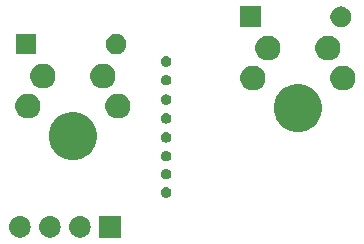
<source format=gbr>
G04 #@! TF.GenerationSoftware,KiCad,Pcbnew,(5.1.0)-1*
G04 #@! TF.CreationDate,2020-10-31T22:32:03+11:00*
G04 #@! TF.ProjectId,oddball,6f646462-616c-46c2-9e6b-696361645f70,rev?*
G04 #@! TF.SameCoordinates,Original*
G04 #@! TF.FileFunction,Soldermask,Bot*
G04 #@! TF.FilePolarity,Negative*
%FSLAX46Y46*%
G04 Gerber Fmt 4.6, Leading zero omitted, Abs format (unit mm)*
G04 Created by KiCad (PCBNEW (5.1.0)-1) date 2020-10-31 22:32:03*
%MOMM*%
%LPD*%
G04 APERTURE LIST*
%ADD10C,0.100000*%
G04 APERTURE END LIST*
D10*
G36*
X214641000Y-115751000D02*
G01*
X212839000Y-115751000D01*
X212839000Y-113949000D01*
X214641000Y-113949000D01*
X214641000Y-115751000D01*
X214641000Y-115751000D01*
G37*
G36*
X208770443Y-113955519D02*
G01*
X208836627Y-113962037D01*
X209006466Y-114013557D01*
X209162991Y-114097222D01*
X209198729Y-114126552D01*
X209300186Y-114209814D01*
X209383448Y-114311271D01*
X209412778Y-114347009D01*
X209496443Y-114503534D01*
X209547963Y-114673373D01*
X209565359Y-114850000D01*
X209547963Y-115026627D01*
X209496443Y-115196466D01*
X209412778Y-115352991D01*
X209383448Y-115388729D01*
X209300186Y-115490186D01*
X209198729Y-115573448D01*
X209162991Y-115602778D01*
X209006466Y-115686443D01*
X208836627Y-115737963D01*
X208770442Y-115744482D01*
X208704260Y-115751000D01*
X208615740Y-115751000D01*
X208549558Y-115744482D01*
X208483373Y-115737963D01*
X208313534Y-115686443D01*
X208157009Y-115602778D01*
X208121271Y-115573448D01*
X208019814Y-115490186D01*
X207936552Y-115388729D01*
X207907222Y-115352991D01*
X207823557Y-115196466D01*
X207772037Y-115026627D01*
X207754641Y-114850000D01*
X207772037Y-114673373D01*
X207823557Y-114503534D01*
X207907222Y-114347009D01*
X207936552Y-114311271D01*
X208019814Y-114209814D01*
X208121271Y-114126552D01*
X208157009Y-114097222D01*
X208313534Y-114013557D01*
X208483373Y-113962037D01*
X208549557Y-113955519D01*
X208615740Y-113949000D01*
X208704260Y-113949000D01*
X208770443Y-113955519D01*
X208770443Y-113955519D01*
G37*
G36*
X206230443Y-113955519D02*
G01*
X206296627Y-113962037D01*
X206466466Y-114013557D01*
X206622991Y-114097222D01*
X206658729Y-114126552D01*
X206760186Y-114209814D01*
X206843448Y-114311271D01*
X206872778Y-114347009D01*
X206956443Y-114503534D01*
X207007963Y-114673373D01*
X207025359Y-114850000D01*
X207007963Y-115026627D01*
X206956443Y-115196466D01*
X206872778Y-115352991D01*
X206843448Y-115388729D01*
X206760186Y-115490186D01*
X206658729Y-115573448D01*
X206622991Y-115602778D01*
X206466466Y-115686443D01*
X206296627Y-115737963D01*
X206230442Y-115744482D01*
X206164260Y-115751000D01*
X206075740Y-115751000D01*
X206009558Y-115744482D01*
X205943373Y-115737963D01*
X205773534Y-115686443D01*
X205617009Y-115602778D01*
X205581271Y-115573448D01*
X205479814Y-115490186D01*
X205396552Y-115388729D01*
X205367222Y-115352991D01*
X205283557Y-115196466D01*
X205232037Y-115026627D01*
X205214641Y-114850000D01*
X205232037Y-114673373D01*
X205283557Y-114503534D01*
X205367222Y-114347009D01*
X205396552Y-114311271D01*
X205479814Y-114209814D01*
X205581271Y-114126552D01*
X205617009Y-114097222D01*
X205773534Y-114013557D01*
X205943373Y-113962037D01*
X206009557Y-113955519D01*
X206075740Y-113949000D01*
X206164260Y-113949000D01*
X206230443Y-113955519D01*
X206230443Y-113955519D01*
G37*
G36*
X211310443Y-113955519D02*
G01*
X211376627Y-113962037D01*
X211546466Y-114013557D01*
X211702991Y-114097222D01*
X211738729Y-114126552D01*
X211840186Y-114209814D01*
X211923448Y-114311271D01*
X211952778Y-114347009D01*
X212036443Y-114503534D01*
X212087963Y-114673373D01*
X212105359Y-114850000D01*
X212087963Y-115026627D01*
X212036443Y-115196466D01*
X211952778Y-115352991D01*
X211923448Y-115388729D01*
X211840186Y-115490186D01*
X211738729Y-115573448D01*
X211702991Y-115602778D01*
X211546466Y-115686443D01*
X211376627Y-115737963D01*
X211310442Y-115744482D01*
X211244260Y-115751000D01*
X211155740Y-115751000D01*
X211089558Y-115744482D01*
X211023373Y-115737963D01*
X210853534Y-115686443D01*
X210697009Y-115602778D01*
X210661271Y-115573448D01*
X210559814Y-115490186D01*
X210476552Y-115388729D01*
X210447222Y-115352991D01*
X210363557Y-115196466D01*
X210312037Y-115026627D01*
X210294641Y-114850000D01*
X210312037Y-114673373D01*
X210363557Y-114503534D01*
X210447222Y-114347009D01*
X210476552Y-114311271D01*
X210559814Y-114209814D01*
X210661271Y-114126552D01*
X210697009Y-114097222D01*
X210853534Y-114013557D01*
X211023373Y-113962037D01*
X211089557Y-113955519D01*
X211155740Y-113949000D01*
X211244260Y-113949000D01*
X211310443Y-113955519D01*
X211310443Y-113955519D01*
G37*
G36*
X218587176Y-111481735D02*
G01*
X218671002Y-111507164D01*
X218748257Y-111548457D01*
X218748258Y-111548458D01*
X218748260Y-111548459D01*
X218815972Y-111604028D01*
X218871541Y-111671740D01*
X218871543Y-111671743D01*
X218912836Y-111748998D01*
X218938265Y-111832824D01*
X218946851Y-111920000D01*
X218938265Y-112007176D01*
X218912836Y-112091002D01*
X218871543Y-112168257D01*
X218871541Y-112168260D01*
X218815972Y-112235972D01*
X218748260Y-112291541D01*
X218748258Y-112291542D01*
X218748257Y-112291543D01*
X218671002Y-112332836D01*
X218587176Y-112358265D01*
X218521840Y-112364700D01*
X218478160Y-112364700D01*
X218412824Y-112358265D01*
X218328998Y-112332836D01*
X218251743Y-112291543D01*
X218251742Y-112291542D01*
X218251740Y-112291541D01*
X218184028Y-112235972D01*
X218128459Y-112168260D01*
X218128457Y-112168257D01*
X218087164Y-112091002D01*
X218061735Y-112007176D01*
X218053149Y-111920000D01*
X218061735Y-111832824D01*
X218087164Y-111748998D01*
X218128457Y-111671743D01*
X218128459Y-111671740D01*
X218184028Y-111604028D01*
X218251740Y-111548459D01*
X218251742Y-111548458D01*
X218251743Y-111548457D01*
X218328998Y-111507164D01*
X218412824Y-111481735D01*
X218478160Y-111475300D01*
X218521840Y-111475300D01*
X218587176Y-111481735D01*
X218587176Y-111481735D01*
G37*
G36*
X218587176Y-109921735D02*
G01*
X218671002Y-109947164D01*
X218748257Y-109988457D01*
X218748258Y-109988458D01*
X218748260Y-109988459D01*
X218815972Y-110044028D01*
X218871541Y-110111740D01*
X218871543Y-110111743D01*
X218912836Y-110188998D01*
X218938265Y-110272824D01*
X218946851Y-110360000D01*
X218938265Y-110447176D01*
X218912836Y-110531002D01*
X218871543Y-110608257D01*
X218871541Y-110608260D01*
X218815972Y-110675972D01*
X218748260Y-110731541D01*
X218748258Y-110731542D01*
X218748257Y-110731543D01*
X218671002Y-110772836D01*
X218587176Y-110798265D01*
X218521840Y-110804700D01*
X218478160Y-110804700D01*
X218412824Y-110798265D01*
X218328998Y-110772836D01*
X218251743Y-110731543D01*
X218251742Y-110731542D01*
X218251740Y-110731541D01*
X218184028Y-110675972D01*
X218128459Y-110608260D01*
X218128457Y-110608257D01*
X218087164Y-110531002D01*
X218061735Y-110447176D01*
X218053149Y-110360000D01*
X218061735Y-110272824D01*
X218087164Y-110188998D01*
X218128457Y-110111743D01*
X218128459Y-110111740D01*
X218184028Y-110044028D01*
X218251740Y-109988459D01*
X218251742Y-109988458D01*
X218251743Y-109988457D01*
X218328998Y-109947164D01*
X218412824Y-109921735D01*
X218478160Y-109915300D01*
X218521840Y-109915300D01*
X218587176Y-109921735D01*
X218587176Y-109921735D01*
G37*
G36*
X218587176Y-108401735D02*
G01*
X218671002Y-108427164D01*
X218748257Y-108468457D01*
X218748258Y-108468458D01*
X218748260Y-108468459D01*
X218815972Y-108524028D01*
X218871541Y-108591740D01*
X218871543Y-108591743D01*
X218912836Y-108668998D01*
X218938265Y-108752824D01*
X218946851Y-108840000D01*
X218938265Y-108927176D01*
X218912836Y-109011002D01*
X218871543Y-109088257D01*
X218871541Y-109088260D01*
X218815972Y-109155972D01*
X218748260Y-109211541D01*
X218748258Y-109211542D01*
X218748257Y-109211543D01*
X218671002Y-109252836D01*
X218587176Y-109278265D01*
X218521840Y-109284700D01*
X218478160Y-109284700D01*
X218412824Y-109278265D01*
X218328998Y-109252836D01*
X218251743Y-109211543D01*
X218251742Y-109211542D01*
X218251740Y-109211541D01*
X218184028Y-109155972D01*
X218128459Y-109088260D01*
X218128457Y-109088257D01*
X218087164Y-109011002D01*
X218061735Y-108927176D01*
X218053149Y-108840000D01*
X218061735Y-108752824D01*
X218087164Y-108668998D01*
X218128457Y-108591743D01*
X218128459Y-108591740D01*
X218184028Y-108524028D01*
X218251740Y-108468459D01*
X218251742Y-108468458D01*
X218251743Y-108468457D01*
X218328998Y-108427164D01*
X218412824Y-108401735D01*
X218478160Y-108395300D01*
X218521840Y-108395300D01*
X218587176Y-108401735D01*
X218587176Y-108401735D01*
G37*
G36*
X211196474Y-105183684D02*
G01*
X211414474Y-105273983D01*
X211568623Y-105337833D01*
X211903548Y-105561623D01*
X212188377Y-105846452D01*
X212412167Y-106181377D01*
X212412167Y-106181378D01*
X212566316Y-106553526D01*
X212644900Y-106948594D01*
X212644900Y-107351406D01*
X212566316Y-107746474D01*
X212476017Y-107964474D01*
X212412167Y-108118623D01*
X212188377Y-108453548D01*
X211903548Y-108738377D01*
X211568623Y-108962167D01*
X211450724Y-109011002D01*
X211196474Y-109116316D01*
X210801406Y-109194900D01*
X210398594Y-109194900D01*
X210003526Y-109116316D01*
X209749276Y-109011002D01*
X209631377Y-108962167D01*
X209296452Y-108738377D01*
X209011623Y-108453548D01*
X208787833Y-108118623D01*
X208723983Y-107964474D01*
X208633684Y-107746474D01*
X208555100Y-107351406D01*
X208555100Y-106948594D01*
X208633684Y-106553526D01*
X208787833Y-106181378D01*
X208787833Y-106181377D01*
X209011623Y-105846452D01*
X209296452Y-105561623D01*
X209631377Y-105337833D01*
X209785526Y-105273983D01*
X210003526Y-105183684D01*
X210398594Y-105105100D01*
X210801406Y-105105100D01*
X211196474Y-105183684D01*
X211196474Y-105183684D01*
G37*
G36*
X218587176Y-106821735D02*
G01*
X218671002Y-106847164D01*
X218748257Y-106888457D01*
X218748258Y-106888458D01*
X218748260Y-106888459D01*
X218815972Y-106944028D01*
X218871541Y-107011740D01*
X218871543Y-107011743D01*
X218912836Y-107088998D01*
X218938265Y-107172824D01*
X218946851Y-107260000D01*
X218938265Y-107347176D01*
X218912836Y-107431002D01*
X218871543Y-107508257D01*
X218871541Y-107508260D01*
X218815972Y-107575972D01*
X218748260Y-107631541D01*
X218748258Y-107631542D01*
X218748257Y-107631543D01*
X218671002Y-107672836D01*
X218587176Y-107698265D01*
X218521840Y-107704700D01*
X218478160Y-107704700D01*
X218412824Y-107698265D01*
X218328998Y-107672836D01*
X218251743Y-107631543D01*
X218251742Y-107631542D01*
X218251740Y-107631541D01*
X218184028Y-107575972D01*
X218128459Y-107508260D01*
X218128457Y-107508257D01*
X218087164Y-107431002D01*
X218061735Y-107347176D01*
X218053149Y-107260000D01*
X218061735Y-107172824D01*
X218087164Y-107088998D01*
X218128457Y-107011743D01*
X218128459Y-107011740D01*
X218184028Y-106944028D01*
X218251740Y-106888459D01*
X218251742Y-106888458D01*
X218251743Y-106888457D01*
X218328998Y-106847164D01*
X218412824Y-106821735D01*
X218478160Y-106815300D01*
X218521840Y-106815300D01*
X218587176Y-106821735D01*
X218587176Y-106821735D01*
G37*
G36*
X230246474Y-102813684D02*
G01*
X230421941Y-102886365D01*
X230618623Y-102967833D01*
X230953548Y-103191623D01*
X231238377Y-103476452D01*
X231462167Y-103811377D01*
X231462167Y-103811378D01*
X231616316Y-104183526D01*
X231694900Y-104578594D01*
X231694900Y-104981406D01*
X231616316Y-105376474D01*
X231539625Y-105561623D01*
X231462167Y-105748623D01*
X231238377Y-106083548D01*
X230953548Y-106368377D01*
X230618623Y-106592167D01*
X230464474Y-106656017D01*
X230246474Y-106746316D01*
X229851406Y-106824900D01*
X229448594Y-106824900D01*
X229053526Y-106746316D01*
X228835526Y-106656017D01*
X228681377Y-106592167D01*
X228346452Y-106368377D01*
X228061623Y-106083548D01*
X227837833Y-105748623D01*
X227760375Y-105561623D01*
X227683684Y-105376474D01*
X227605100Y-104981406D01*
X227605100Y-104578594D01*
X227683684Y-104183526D01*
X227837833Y-103811378D01*
X227837833Y-103811377D01*
X228061623Y-103476452D01*
X228346452Y-103191623D01*
X228681377Y-102967833D01*
X228878059Y-102886365D01*
X229053526Y-102813684D01*
X229448594Y-102735100D01*
X229851406Y-102735100D01*
X230246474Y-102813684D01*
X230246474Y-102813684D01*
G37*
G36*
X218587176Y-105211735D02*
G01*
X218671002Y-105237164D01*
X218748257Y-105278457D01*
X218748258Y-105278458D01*
X218748260Y-105278459D01*
X218815972Y-105334028D01*
X218871541Y-105401740D01*
X218871543Y-105401743D01*
X218912836Y-105478998D01*
X218938265Y-105562824D01*
X218946851Y-105650000D01*
X218938265Y-105737176D01*
X218912836Y-105821002D01*
X218899232Y-105846453D01*
X218871541Y-105898260D01*
X218815972Y-105965972D01*
X218748260Y-106021541D01*
X218748258Y-106021542D01*
X218748257Y-106021543D01*
X218671002Y-106062836D01*
X218587176Y-106088265D01*
X218521840Y-106094700D01*
X218478160Y-106094700D01*
X218412824Y-106088265D01*
X218328998Y-106062836D01*
X218251743Y-106021543D01*
X218251742Y-106021542D01*
X218251740Y-106021541D01*
X218184028Y-105965972D01*
X218128459Y-105898260D01*
X218100768Y-105846453D01*
X218087164Y-105821002D01*
X218061735Y-105737176D01*
X218053149Y-105650000D01*
X218061735Y-105562824D01*
X218087164Y-105478998D01*
X218128457Y-105401743D01*
X218128459Y-105401740D01*
X218184028Y-105334028D01*
X218251740Y-105278459D01*
X218251742Y-105278458D01*
X218251743Y-105278457D01*
X218328998Y-105237164D01*
X218412824Y-105211735D01*
X218478160Y-105205300D01*
X218521840Y-105205300D01*
X218587176Y-105211735D01*
X218587176Y-105211735D01*
G37*
G36*
X214716564Y-103599389D02*
G01*
X214907456Y-103678459D01*
X214907835Y-103678616D01*
X215079973Y-103793635D01*
X215226365Y-103940027D01*
X215299847Y-104050000D01*
X215341385Y-104112167D01*
X215420611Y-104303436D01*
X215461000Y-104506484D01*
X215461000Y-104713516D01*
X215420611Y-104916564D01*
X215342517Y-105105100D01*
X215341384Y-105107835D01*
X215226365Y-105279973D01*
X215079973Y-105426365D01*
X214907835Y-105541384D01*
X214907834Y-105541385D01*
X214907833Y-105541385D01*
X214716564Y-105620611D01*
X214513516Y-105661000D01*
X214306484Y-105661000D01*
X214103436Y-105620611D01*
X213912167Y-105541385D01*
X213912166Y-105541385D01*
X213912165Y-105541384D01*
X213740027Y-105426365D01*
X213593635Y-105279973D01*
X213478616Y-105107835D01*
X213477483Y-105105100D01*
X213399389Y-104916564D01*
X213359000Y-104713516D01*
X213359000Y-104506484D01*
X213399389Y-104303436D01*
X213478615Y-104112167D01*
X213520154Y-104050000D01*
X213593635Y-103940027D01*
X213740027Y-103793635D01*
X213912165Y-103678616D01*
X213912544Y-103678459D01*
X214103436Y-103599389D01*
X214306484Y-103559000D01*
X214513516Y-103559000D01*
X214716564Y-103599389D01*
X214716564Y-103599389D01*
G37*
G36*
X207096564Y-103599389D02*
G01*
X207287456Y-103678459D01*
X207287835Y-103678616D01*
X207459973Y-103793635D01*
X207606365Y-103940027D01*
X207679847Y-104050000D01*
X207721385Y-104112167D01*
X207800611Y-104303436D01*
X207841000Y-104506484D01*
X207841000Y-104713516D01*
X207800611Y-104916564D01*
X207722517Y-105105100D01*
X207721384Y-105107835D01*
X207606365Y-105279973D01*
X207459973Y-105426365D01*
X207287835Y-105541384D01*
X207287834Y-105541385D01*
X207287833Y-105541385D01*
X207096564Y-105620611D01*
X206893516Y-105661000D01*
X206686484Y-105661000D01*
X206483436Y-105620611D01*
X206292167Y-105541385D01*
X206292166Y-105541385D01*
X206292165Y-105541384D01*
X206120027Y-105426365D01*
X205973635Y-105279973D01*
X205858616Y-105107835D01*
X205857483Y-105105100D01*
X205779389Y-104916564D01*
X205739000Y-104713516D01*
X205739000Y-104506484D01*
X205779389Y-104303436D01*
X205858615Y-104112167D01*
X205900154Y-104050000D01*
X205973635Y-103940027D01*
X206120027Y-103793635D01*
X206292165Y-103678616D01*
X206292544Y-103678459D01*
X206483436Y-103599389D01*
X206686484Y-103559000D01*
X206893516Y-103559000D01*
X207096564Y-103599389D01*
X207096564Y-103599389D01*
G37*
G36*
X218587176Y-103611735D02*
G01*
X218671002Y-103637164D01*
X218748257Y-103678457D01*
X218748258Y-103678458D01*
X218748260Y-103678459D01*
X218815972Y-103734028D01*
X218864889Y-103793635D01*
X218871543Y-103801743D01*
X218912836Y-103878998D01*
X218938265Y-103962824D01*
X218946851Y-104050000D01*
X218938265Y-104137176D01*
X218912836Y-104221002D01*
X218871543Y-104298257D01*
X218871541Y-104298260D01*
X218815972Y-104365972D01*
X218748260Y-104421541D01*
X218748258Y-104421542D01*
X218748257Y-104421543D01*
X218671002Y-104462836D01*
X218587176Y-104488265D01*
X218521840Y-104494700D01*
X218478160Y-104494700D01*
X218412824Y-104488265D01*
X218328998Y-104462836D01*
X218251743Y-104421543D01*
X218251742Y-104421542D01*
X218251740Y-104421541D01*
X218184028Y-104365972D01*
X218128459Y-104298260D01*
X218128457Y-104298257D01*
X218087164Y-104221002D01*
X218061735Y-104137176D01*
X218053149Y-104050000D01*
X218061735Y-103962824D01*
X218087164Y-103878998D01*
X218128457Y-103801743D01*
X218135111Y-103793635D01*
X218184028Y-103734028D01*
X218251740Y-103678459D01*
X218251742Y-103678458D01*
X218251743Y-103678457D01*
X218328998Y-103637164D01*
X218412824Y-103611735D01*
X218478160Y-103605300D01*
X218521840Y-103605300D01*
X218587176Y-103611735D01*
X218587176Y-103611735D01*
G37*
G36*
X226146564Y-101229389D02*
G01*
X226337833Y-101308615D01*
X226337835Y-101308616D01*
X226474641Y-101400027D01*
X226509973Y-101423635D01*
X226656365Y-101570027D01*
X226771385Y-101742167D01*
X226850611Y-101933436D01*
X226891000Y-102136484D01*
X226891000Y-102343516D01*
X226850611Y-102546564D01*
X226836346Y-102581002D01*
X226771384Y-102737835D01*
X226656365Y-102909973D01*
X226509973Y-103056365D01*
X226337835Y-103171384D01*
X226337834Y-103171385D01*
X226337833Y-103171385D01*
X226146564Y-103250611D01*
X225943516Y-103291000D01*
X225736484Y-103291000D01*
X225533436Y-103250611D01*
X225342167Y-103171385D01*
X225342166Y-103171385D01*
X225342165Y-103171384D01*
X225170027Y-103056365D01*
X225023635Y-102909973D01*
X224908616Y-102737835D01*
X224843654Y-102581002D01*
X224829389Y-102546564D01*
X224789000Y-102343516D01*
X224789000Y-102136484D01*
X224829389Y-101933436D01*
X224908615Y-101742167D01*
X225023635Y-101570027D01*
X225170027Y-101423635D01*
X225205359Y-101400027D01*
X225342165Y-101308616D01*
X225342167Y-101308615D01*
X225533436Y-101229389D01*
X225736484Y-101189000D01*
X225943516Y-101189000D01*
X226146564Y-101229389D01*
X226146564Y-101229389D01*
G37*
G36*
X233766564Y-101229389D02*
G01*
X233957833Y-101308615D01*
X233957835Y-101308616D01*
X234094641Y-101400027D01*
X234129973Y-101423635D01*
X234276365Y-101570027D01*
X234391385Y-101742167D01*
X234470611Y-101933436D01*
X234511000Y-102136484D01*
X234511000Y-102343516D01*
X234470611Y-102546564D01*
X234456346Y-102581002D01*
X234391384Y-102737835D01*
X234276365Y-102909973D01*
X234129973Y-103056365D01*
X233957835Y-103171384D01*
X233957834Y-103171385D01*
X233957833Y-103171385D01*
X233766564Y-103250611D01*
X233563516Y-103291000D01*
X233356484Y-103291000D01*
X233153436Y-103250611D01*
X232962167Y-103171385D01*
X232962166Y-103171385D01*
X232962165Y-103171384D01*
X232790027Y-103056365D01*
X232643635Y-102909973D01*
X232528616Y-102737835D01*
X232463654Y-102581002D01*
X232449389Y-102546564D01*
X232409000Y-102343516D01*
X232409000Y-102136484D01*
X232449389Y-101933436D01*
X232528615Y-101742167D01*
X232643635Y-101570027D01*
X232790027Y-101423635D01*
X232825359Y-101400027D01*
X232962165Y-101308616D01*
X232962167Y-101308615D01*
X233153436Y-101229389D01*
X233356484Y-101189000D01*
X233563516Y-101189000D01*
X233766564Y-101229389D01*
X233766564Y-101229389D01*
G37*
G36*
X208366564Y-101059389D02*
G01*
X208557833Y-101138615D01*
X208557835Y-101138616D01*
X208568844Y-101145972D01*
X208729973Y-101253635D01*
X208876365Y-101400027D01*
X208991385Y-101572167D01*
X209070611Y-101763436D01*
X209111000Y-101966484D01*
X209111000Y-102173516D01*
X209070611Y-102376564D01*
X209056761Y-102410000D01*
X208991384Y-102567835D01*
X208876365Y-102739973D01*
X208729973Y-102886365D01*
X208557835Y-103001384D01*
X208557834Y-103001385D01*
X208557833Y-103001385D01*
X208366564Y-103080611D01*
X208163516Y-103121000D01*
X207956484Y-103121000D01*
X207753436Y-103080611D01*
X207562167Y-103001385D01*
X207562166Y-103001385D01*
X207562165Y-103001384D01*
X207390027Y-102886365D01*
X207243635Y-102739973D01*
X207128616Y-102567835D01*
X207063239Y-102410000D01*
X207049389Y-102376564D01*
X207009000Y-102173516D01*
X207009000Y-101966484D01*
X207049389Y-101763436D01*
X207128615Y-101572167D01*
X207243635Y-101400027D01*
X207390027Y-101253635D01*
X207551156Y-101145972D01*
X207562165Y-101138616D01*
X207562167Y-101138615D01*
X207753436Y-101059389D01*
X207956484Y-101019000D01*
X208163516Y-101019000D01*
X208366564Y-101059389D01*
X208366564Y-101059389D01*
G37*
G36*
X213446564Y-101059389D02*
G01*
X213637833Y-101138615D01*
X213637835Y-101138616D01*
X213648844Y-101145972D01*
X213809973Y-101253635D01*
X213956365Y-101400027D01*
X214071385Y-101572167D01*
X214150611Y-101763436D01*
X214191000Y-101966484D01*
X214191000Y-102173516D01*
X214150611Y-102376564D01*
X214136761Y-102410000D01*
X214071384Y-102567835D01*
X213956365Y-102739973D01*
X213809973Y-102886365D01*
X213637835Y-103001384D01*
X213637834Y-103001385D01*
X213637833Y-103001385D01*
X213446564Y-103080611D01*
X213243516Y-103121000D01*
X213036484Y-103121000D01*
X212833436Y-103080611D01*
X212642167Y-103001385D01*
X212642166Y-103001385D01*
X212642165Y-103001384D01*
X212470027Y-102886365D01*
X212323635Y-102739973D01*
X212208616Y-102567835D01*
X212143239Y-102410000D01*
X212129389Y-102376564D01*
X212089000Y-102173516D01*
X212089000Y-101966484D01*
X212129389Y-101763436D01*
X212208615Y-101572167D01*
X212323635Y-101400027D01*
X212470027Y-101253635D01*
X212631156Y-101145972D01*
X212642165Y-101138616D01*
X212642167Y-101138615D01*
X212833436Y-101059389D01*
X213036484Y-101019000D01*
X213243516Y-101019000D01*
X213446564Y-101059389D01*
X213446564Y-101059389D01*
G37*
G36*
X218587176Y-101971735D02*
G01*
X218671002Y-101997164D01*
X218748257Y-102038457D01*
X218748258Y-102038458D01*
X218748260Y-102038459D01*
X218815972Y-102094028D01*
X218871541Y-102161740D01*
X218871543Y-102161743D01*
X218912836Y-102238998D01*
X218938265Y-102322824D01*
X218946851Y-102410000D01*
X218938265Y-102497176D01*
X218912836Y-102581002D01*
X218871543Y-102658257D01*
X218871541Y-102658260D01*
X218815972Y-102725972D01*
X218748260Y-102781541D01*
X218748258Y-102781542D01*
X218748257Y-102781543D01*
X218671002Y-102822836D01*
X218587176Y-102848265D01*
X218521840Y-102854700D01*
X218478160Y-102854700D01*
X218412824Y-102848265D01*
X218328998Y-102822836D01*
X218251743Y-102781543D01*
X218251742Y-102781542D01*
X218251740Y-102781541D01*
X218184028Y-102725972D01*
X218128459Y-102658260D01*
X218128457Y-102658257D01*
X218087164Y-102581002D01*
X218061735Y-102497176D01*
X218053149Y-102410000D01*
X218061735Y-102322824D01*
X218087164Y-102238998D01*
X218128457Y-102161743D01*
X218128459Y-102161740D01*
X218184028Y-102094028D01*
X218251740Y-102038459D01*
X218251742Y-102038458D01*
X218251743Y-102038457D01*
X218328998Y-101997164D01*
X218412824Y-101971735D01*
X218478160Y-101965300D01*
X218521840Y-101965300D01*
X218587176Y-101971735D01*
X218587176Y-101971735D01*
G37*
G36*
X218587176Y-100391735D02*
G01*
X218671002Y-100417164D01*
X218748257Y-100458457D01*
X218748258Y-100458458D01*
X218748260Y-100458459D01*
X218815972Y-100514028D01*
X218871541Y-100581740D01*
X218871543Y-100581743D01*
X218912836Y-100658998D01*
X218938265Y-100742824D01*
X218946851Y-100830000D01*
X218938265Y-100917176D01*
X218912836Y-101001002D01*
X218903216Y-101019000D01*
X218871541Y-101078260D01*
X218815972Y-101145972D01*
X218748260Y-101201541D01*
X218748258Y-101201542D01*
X218748257Y-101201543D01*
X218671002Y-101242836D01*
X218587176Y-101268265D01*
X218521840Y-101274700D01*
X218478160Y-101274700D01*
X218412824Y-101268265D01*
X218328998Y-101242836D01*
X218251743Y-101201543D01*
X218251742Y-101201542D01*
X218251740Y-101201541D01*
X218184028Y-101145972D01*
X218128459Y-101078260D01*
X218096784Y-101019000D01*
X218087164Y-101001002D01*
X218061735Y-100917176D01*
X218053149Y-100830000D01*
X218061735Y-100742824D01*
X218087164Y-100658998D01*
X218128457Y-100581743D01*
X218128459Y-100581740D01*
X218184028Y-100514028D01*
X218251740Y-100458459D01*
X218251742Y-100458458D01*
X218251743Y-100458457D01*
X218328998Y-100417164D01*
X218412824Y-100391735D01*
X218478160Y-100385300D01*
X218521840Y-100385300D01*
X218587176Y-100391735D01*
X218587176Y-100391735D01*
G37*
G36*
X227416564Y-98689389D02*
G01*
X227607833Y-98768615D01*
X227607835Y-98768616D01*
X227671662Y-98811264D01*
X227779973Y-98883635D01*
X227926365Y-99030027D01*
X228041385Y-99202167D01*
X228120611Y-99393436D01*
X228161000Y-99596484D01*
X228161000Y-99803516D01*
X228120611Y-100006564D01*
X228062546Y-100146745D01*
X228041384Y-100197835D01*
X227926365Y-100369973D01*
X227779973Y-100516365D01*
X227607835Y-100631384D01*
X227607834Y-100631385D01*
X227607833Y-100631385D01*
X227416564Y-100710611D01*
X227213516Y-100751000D01*
X227006484Y-100751000D01*
X226803436Y-100710611D01*
X226612167Y-100631385D01*
X226612166Y-100631385D01*
X226612165Y-100631384D01*
X226440027Y-100516365D01*
X226293635Y-100369973D01*
X226178616Y-100197835D01*
X226157454Y-100146745D01*
X226099389Y-100006564D01*
X226059000Y-99803516D01*
X226059000Y-99596484D01*
X226099389Y-99393436D01*
X226178615Y-99202167D01*
X226293635Y-99030027D01*
X226440027Y-98883635D01*
X226548338Y-98811264D01*
X226612165Y-98768616D01*
X226612167Y-98768615D01*
X226803436Y-98689389D01*
X227006484Y-98649000D01*
X227213516Y-98649000D01*
X227416564Y-98689389D01*
X227416564Y-98689389D01*
G37*
G36*
X232496564Y-98689389D02*
G01*
X232687833Y-98768615D01*
X232687835Y-98768616D01*
X232751662Y-98811264D01*
X232859973Y-98883635D01*
X233006365Y-99030027D01*
X233121385Y-99202167D01*
X233200611Y-99393436D01*
X233241000Y-99596484D01*
X233241000Y-99803516D01*
X233200611Y-100006564D01*
X233142546Y-100146745D01*
X233121384Y-100197835D01*
X233006365Y-100369973D01*
X232859973Y-100516365D01*
X232687835Y-100631384D01*
X232687834Y-100631385D01*
X232687833Y-100631385D01*
X232496564Y-100710611D01*
X232293516Y-100751000D01*
X232086484Y-100751000D01*
X231883436Y-100710611D01*
X231692167Y-100631385D01*
X231692166Y-100631385D01*
X231692165Y-100631384D01*
X231520027Y-100516365D01*
X231373635Y-100369973D01*
X231258616Y-100197835D01*
X231237454Y-100146745D01*
X231179389Y-100006564D01*
X231139000Y-99803516D01*
X231139000Y-99596484D01*
X231179389Y-99393436D01*
X231258615Y-99202167D01*
X231373635Y-99030027D01*
X231520027Y-98883635D01*
X231628338Y-98811264D01*
X231692165Y-98768616D01*
X231692167Y-98768615D01*
X231883436Y-98689389D01*
X232086484Y-98649000D01*
X232293516Y-98649000D01*
X232496564Y-98689389D01*
X232496564Y-98689389D01*
G37*
G36*
X207516500Y-100246500D02*
G01*
X205763500Y-100246500D01*
X205763500Y-98493500D01*
X207516500Y-98493500D01*
X207516500Y-100246500D01*
X207516500Y-100246500D01*
G37*
G36*
X214430997Y-98510341D02*
G01*
X214515666Y-98527183D01*
X214581738Y-98554551D01*
X214675177Y-98593255D01*
X214818736Y-98689178D01*
X214940822Y-98811264D01*
X215036745Y-98954823D01*
X215075449Y-99048262D01*
X215102817Y-99114334D01*
X215136500Y-99283672D01*
X215136500Y-99456328D01*
X215108622Y-99596484D01*
X215102817Y-99625665D01*
X215036745Y-99785177D01*
X214940822Y-99928736D01*
X214818736Y-100050822D01*
X214675177Y-100146745D01*
X214581738Y-100185449D01*
X214515666Y-100212817D01*
X214430997Y-100229659D01*
X214346329Y-100246500D01*
X214173671Y-100246500D01*
X214089003Y-100229658D01*
X214004334Y-100212817D01*
X213938262Y-100185449D01*
X213844823Y-100146745D01*
X213701264Y-100050822D01*
X213579178Y-99928736D01*
X213483255Y-99785177D01*
X213417183Y-99625665D01*
X213411379Y-99596484D01*
X213383500Y-99456328D01*
X213383500Y-99283672D01*
X213417183Y-99114334D01*
X213444551Y-99048262D01*
X213483255Y-98954823D01*
X213579178Y-98811264D01*
X213701264Y-98689178D01*
X213844823Y-98593255D01*
X213938262Y-98554551D01*
X214004334Y-98527183D01*
X214089003Y-98510341D01*
X214173671Y-98493500D01*
X214346329Y-98493500D01*
X214430997Y-98510341D01*
X214430997Y-98510341D01*
G37*
G36*
X226536500Y-97936500D02*
G01*
X224783500Y-97936500D01*
X224783500Y-96183500D01*
X226536500Y-96183500D01*
X226536500Y-97936500D01*
X226536500Y-97936500D01*
G37*
G36*
X233450997Y-96200342D02*
G01*
X233535666Y-96217183D01*
X233601738Y-96244551D01*
X233695177Y-96283255D01*
X233838736Y-96379178D01*
X233960822Y-96501264D01*
X234056745Y-96644823D01*
X234122817Y-96804335D01*
X234156500Y-96973671D01*
X234156500Y-97146329D01*
X234122817Y-97315665D01*
X234056745Y-97475177D01*
X233960822Y-97618736D01*
X233838736Y-97740822D01*
X233695177Y-97836745D01*
X233601738Y-97875449D01*
X233535666Y-97902817D01*
X233450997Y-97919659D01*
X233366329Y-97936500D01*
X233193671Y-97936500D01*
X233109003Y-97919659D01*
X233024334Y-97902817D01*
X232958262Y-97875449D01*
X232864823Y-97836745D01*
X232721264Y-97740822D01*
X232599178Y-97618736D01*
X232503255Y-97475177D01*
X232437183Y-97315665D01*
X232403500Y-97146329D01*
X232403500Y-96973671D01*
X232437183Y-96804335D01*
X232503255Y-96644823D01*
X232599178Y-96501264D01*
X232721264Y-96379178D01*
X232864823Y-96283255D01*
X232958262Y-96244551D01*
X233024334Y-96217183D01*
X233109003Y-96200342D01*
X233193671Y-96183500D01*
X233366329Y-96183500D01*
X233450997Y-96200342D01*
X233450997Y-96200342D01*
G37*
M02*

</source>
